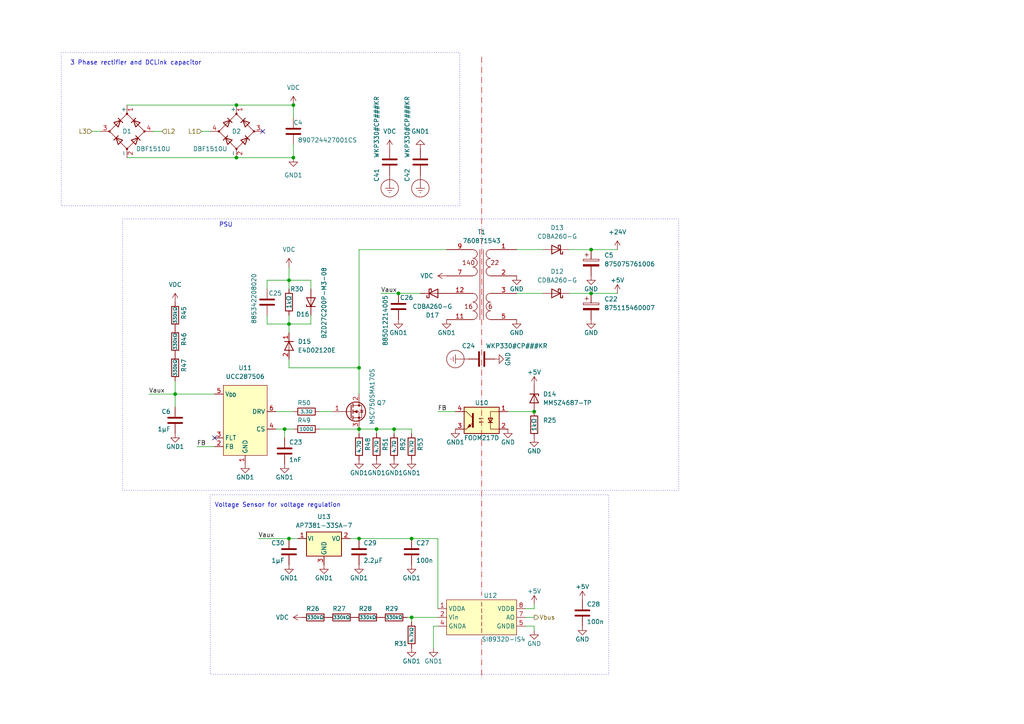
<source format=kicad_sch>
(kicad_sch (version 20230121) (generator eeschema)
  (paper "A4")
  (lib_symbols
    (symbol "Device:C" (pin_numbers hide) (pin_names (offset 0.254))
      (property "Reference" "C" (at 0.635 2.54 0))
      (property "Value" "C" (at 0.635 -2.54 0))
      (symbol "C_0_1"
        (polyline (pts (xy -2.032 -0.762) (xy 2.032 -0.762)) (stroke (width 0.508)))
        (polyline (pts (xy -2.032 0.762) (xy 2.032 0.762)) (stroke (width 0.508)))
      )
      (symbol "C_1_1"
        (pin passive line (at 0 3.81 270) (length 2.794) (name "~") (number "1"))
        (pin passive line (at 0 -3.81 90) (length 2.794) (name "~") (number "2"))
      )
    )
    (symbol "Device:C_Polarized" (pin_numbers hide) (pin_names (offset 0.254))
      (property "Reference" "C" (at 0.635 2.54 0))
      (property "Value" "C_Polarized" (at 0.635 -2.54 0))
      (symbol "C_Polarized_0_1"
        (rectangle (start -2.286 0.508) (end 2.286 1.016))
        (polyline (pts (xy -1.778 2.286) (xy -0.762 2.286)))
        (polyline (pts (xy -1.27 2.794) (xy -1.27 1.778)))
        (rectangle (start 2.286 -0.508) (end -2.286 -1.016) (fill (type outline)))
      )
      (symbol "C_Polarized_1_1"
        (pin passive line (at 0 3.81 270) (length 2.794) (name "~") (number "1"))
        (pin passive line (at 0 -3.81 90) (length 2.794) (name "~") (number "2"))
      )
    )
    (symbol "Device:D" (pin_names (offset 1.016) hide)
      (property "Reference" "D" (at 0 2.54 0))
      (property "Value" "D" (at 0 -2.54 0))
      (symbol "D_0_1"
        (polyline (pts (xy -1.27 1.27) (xy -1.27 -1.27)) (stroke (width 0.254)))
        (polyline (pts (xy 1.27 0) (xy -1.27 0)))
        (polyline (pts (xy 1.27 1.27) (xy 1.27 -1.27) (xy -1.27 0) (xy 1.27 1.27)) (stroke (width 0.254)))
      )
      (symbol "D_1_1"
        (pin passive line (at -3.81 0 0) (length 2.54) (name "K") (number "1"))
        (pin passive line (at 3.81 0 180) (length 2.54) (name "A") (number "2"))
      )
    )
    (symbol "Device:D_Bridge_+-AA" (pin_names (offset 0))
      (property "Reference" "D" (at 2.54 6.985 0))
      (property "Value" "D_Bridge_+-AA" (at 2.54 5.08 0))
      (symbol "D_Bridge_+-AA_0_1"
        (circle (center -5.08 0) (radius 0.254) (fill (type outline)))
        (circle (center 0 -5.08) (radius 0.254) (fill (type outline)))
        (polyline (pts (xy -2.54 3.81) (xy -1.27 2.54)) (stroke (width 0.254)))
        (polyline (pts (xy -1.27 -2.54) (xy -2.54 -3.81)) (stroke (width 0.254)))
        (polyline (pts (xy 2.54 -1.27) (xy 3.81 -2.54)) (stroke (width 0.254)))
        (polyline (pts (xy 2.54 1.27) (xy 3.81 2.54)) (stroke (width 0.254)))
        (polyline (pts (xy -3.81 2.54) (xy -2.54 1.27) (xy -1.905 3.175) (xy -3.81 2.54)) (stroke (width 0.254)))
        (polyline (pts (xy -2.54 -1.27) (xy -3.81 -2.54) (xy -1.905 -3.175) (xy -2.54 -1.27)) (stroke (width 0.254)))
        (polyline (pts (xy 1.27 2.54) (xy 2.54 3.81) (xy 3.175 1.905) (xy 1.27 2.54)) (stroke (width 0.254)))
        (polyline (pts (xy 3.175 -1.905) (xy 1.27 -2.54) (xy 2.54 -3.81) (xy 3.175 -1.905)) (stroke (width 0.254)))
        (polyline (pts (xy -5.08 0) (xy 0 -5.08) (xy 5.08 0) (xy 0 5.08) (xy -5.08 0)))
        (circle (center 0 5.08) (radius 0.254) (fill (type outline)))
        (circle (center 5.08 0) (radius 0.254) (fill (type outline)))
      )
      (symbol "D_Bridge_+-AA_1_1"
        (pin passive line (at 7.62 0 180) (length 2.54) (name "+") (number "1"))
        (pin passive line (at -7.62 0 0) (length 2.54) (name "-") (number "2"))
        (pin passive line (at 0 7.62 270) (length 2.54) (name "~") (number "3"))
        (pin passive line (at 0 -7.62 90) (length 2.54) (name "~") (number "4"))
      )
    )
    (symbol "Device:D_Schottky" (pin_numbers hide) (pin_names (offset 1.016) hide)
      (property "Reference" "D" (at 0 2.54 0))
      (property "Value" "D_Schottky" (at 0 -2.54 0))
      (symbol "D_Schottky_0_1"
        (polyline (pts (xy 1.27 0) (xy -1.27 0)))
        (polyline (pts (xy 1.27 1.27) (xy 1.27 -1.27) (xy -1.27 0) (xy 1.27 1.27)) (stroke (width 0.254)))
        (polyline (pts (xy -1.905 0.635) (xy -1.905 1.27) (xy -1.27 1.27) (xy -1.27 -1.27) (xy -0.635 -1.27) (xy -0.635 -0.635)) (stroke (width 0.254)))
      )
      (symbol "D_Schottky_1_1"
        (pin passive line (at -3.81 0 0) (length 2.54) (name "K") (number "1"))
        (pin passive line (at 3.81 0 180) (length 2.54) (name "A") (number "2"))
      )
    )
    (symbol "Device:D_Zener" (pin_numbers hide) (pin_names (offset 1.016) hide)
      (property "Reference" "D" (at 0 2.54 0))
      (property "Value" "D_Zener" (at 0 -2.54 0))
      (symbol "D_Zener_0_1"
        (polyline (pts (xy 1.27 0) (xy -1.27 0)))
        (polyline (pts (xy -1.27 -1.27) (xy -1.27 1.27) (xy -0.762 1.27)) (stroke (width 0.254)))
        (polyline (pts (xy 1.27 -1.27) (xy 1.27 1.27) (xy -1.27 0) (xy 1.27 -1.27)) (stroke (width 0.254)))
      )
      (symbol "D_Zener_1_1"
        (pin passive line (at -3.81 0 0) (length 2.54) (name "K") (number "1"))
        (pin passive line (at 3.81 0 180) (length 2.54) (name "A") (number "2"))
      )
    )
    (symbol "Device:Q_NMOS_GDS" (pin_names (offset 0) hide)
      (property "Reference" "Q" (at 5.08 1.27 0))
      (property "Value" "Q_NMOS_GDS" (at 5.08 -1.27 0))
      (symbol "Q_NMOS_GDS_0_1"
        (polyline (pts (xy 0.254 0) (xy -2.54 0)))
        (polyline (pts (xy 0.254 1.905) (xy 0.254 -1.905)) (stroke (width 0.254)))
        (polyline (pts (xy 0.762 -1.27) (xy 0.762 -2.286)) (stroke (width 0.254)))
        (polyline (pts (xy 0.762 0.508) (xy 0.762 -0.508)) (stroke (width 0.254)))
        (polyline (pts (xy 0.762 2.286) (xy 0.762 1.27)) (stroke (width 0.254)))
        (polyline (pts (xy 2.54 2.54) (xy 2.54 1.778)))
        (polyline (pts (xy 2.54 -2.54) (xy 2.54 0) (xy 0.762 0)))
        (polyline (pts (xy 0.762 -1.778) (xy 3.302 -1.778) (xy 3.302 1.778) (xy 0.762 1.778)))
        (polyline (pts (xy 1.016 0) (xy 2.032 0.381) (xy 2.032 -0.381) (xy 1.016 0)) (fill (type outline)))
        (polyline (pts (xy 2.794 0.508) (xy 2.921 0.381) (xy 3.683 0.381) (xy 3.81 0.254)))
        (polyline (pts (xy 3.302 0.381) (xy 2.921 -0.254) (xy 3.683 -0.254) (xy 3.302 0.381)))
        (circle (center 1.651 0) (radius 2.794) (stroke (width 0.254)))
        (circle (center 2.54 -1.778) (radius 0.254) (fill (type outline)))
        (circle (center 2.54 1.778) (radius 0.254) (fill (type outline)))
      )
      (symbol "Q_NMOS_GDS_1_1"
        (pin input line (at -5.08 0 0) (length 2.54) (name "G") (number "1"))
        (pin passive line (at 2.54 5.08 270) (length 2.54) (name "D") (number "2"))
        (pin passive line (at 2.54 -5.08 90) (length 2.54) (name "S") (number "3"))
      )
    )
    (symbol "Device:R" (pin_numbers hide) (pin_names (offset 0))
      (property "Reference" "R" (at 2.032 0 90))
      (property "Value" "R" (at 0 0 90))
      (symbol "R_0_1"
        (rectangle (start -1.016 -2.54) (end 1.016 2.54) (stroke (width 0.254)))
      )
      (symbol "R_1_1"
        (pin passive line (at 0 3.81 270) (length 1.27) (name "~") (number "1"))
        (pin passive line (at 0 -3.81 90) (length 1.27) (name "~") (number "2"))
      )
    )
    (symbol "Device:Transformer_SP_2S" (pin_names (offset 1.016) hide)
      (property "Reference" "T1" (at 0 15.24 0))
      (property "Value" "760871543" (at 0 12.7 0))
      (symbol "Transformer_SP_2S_0_1"
        (arc (start -2.54 -10.1346) (mid -1.6561 -9.7663) (end -1.27 -8.89))
        (arc (start -2.54 -7.5946) (mid -1.6561 -7.2263) (end -1.27 -6.35))
        (arc (start -2.54 -5.0546) (mid -1.6561 -4.6863) (end -1.27 -3.81))
        (arc (start -2.54 2.5654) (mid -1.6561 2.9337) (end -1.27 3.81))
        (arc (start -2.54 5.1054) (mid -1.6561 5.4737) (end -1.27 6.35))
        (arc (start -2.54 7.6454) (mid -1.6561 8.0137) (end -1.27 8.89))
        (arc (start -1.27 -8.89) (mid -1.642 -7.992) (end -2.54 -7.62))
        (arc (start -1.27 -6.35) (mid -1.642 -5.452) (end -2.54 -5.08))
        (arc (start -1.27 -3.81) (mid -1.642 -2.912) (end -2.54 -2.54))
        (arc (start -1.27 3.81) (mid -1.642 4.708) (end -2.54 5.08))
        (arc (start -1.27 6.35) (mid -1.642 7.248) (end -2.54 7.62))
        (arc (start -1.27 8.89) (mid -1.642 9.788) (end -2.54 10.16))
        (polyline (pts (xy -0.508 -10.16) (xy -0.508 10.16)))
        (polyline (pts (xy 0.508 10.16) (xy 0.508 -10.16)))
        (arc (start 1.2954 -8.89) (mid 1.6599 -9.7701) (end 2.54 -10.1346))
        (arc (start 1.2954 -6.35) (mid 1.6599 -7.2301) (end 2.54 -7.5946))
        (arc (start 1.2954 -3.81) (mid 1.6599 -4.6901) (end 2.54 -5.0546))
        (arc (start 1.2954 3.81) (mid 1.6599 2.9299) (end 2.54 2.5654))
        (arc (start 1.2954 6.35) (mid 1.6599 5.4699) (end 2.54 5.1054))
        (arc (start 1.2954 8.89) (mid 1.6599 8.0099) (end 2.54 7.6454))
        (arc (start 2.54 -7.62) (mid 1.642 -7.992) (end 1.2954 -8.89))
        (arc (start 2.54 -5.08) (mid 1.642 -5.452) (end 1.2954 -6.35))
        (arc (start 2.54 -2.54) (mid 1.642 -2.912) (end 1.2954 -3.81))
        (arc (start 2.54 5.08) (mid 1.642 4.708) (end 1.2954 3.81))
        (arc (start 2.54 7.62) (mid 1.642 7.248) (end 1.2954 6.35))
        (arc (start 2.54 10.16) (mid 1.642 9.788) (end 1.2954 8.89))
      )
      (symbol "Transformer_SP_2S_1_1"
        (text "140" (at -3.81 6.35 0) (effects (font (size 1.27 1.27))))
        (text "16" (at -3.81 -6.35 0) (effects (font (size 1.27 1.27))))
        (text "22" (at 3.81 6.35 0) (effects (font (size 1.27 1.27))))
        (text "6" (at 2.54 -6.35 0) (effects (font (size 1.27 1.27))))
        (pin passive line (at 10.16 10.16 180) (length 7.62) (name "OUT1A") (number "1"))
        (pin passive line (at -10.16 -10.16 0) (length 7.62) (name "IN-") (number "11"))
        (pin passive line (at -10.16 -2.54 0) (length 7.62) (name "IN+") (number "12"))
        (pin passive line (at 10.16 2.54 180) (length 7.62) (name "OUT1B") (number "2"))
        (pin passive line (at 10.16 -2.54 180) (length 7.62) (name "OUT2A") (number "3"))
        (pin passive line (at 10.16 -2.54 180) (length 7.62) hide (name "OUT2A") (number "4"))
        (pin passive line (at 10.16 -10.16 180) (length 7.62) (name "OUT2B") (number "5"))
        (pin passive line (at 10.16 -10.16 180) (length 7.62) hide (name "OUT2B") (number "6"))
        (pin passive line (at -10.16 2.54 0) (length 7.62) (name "IN-") (number "7"))
        (pin passive line (at -10.16 10.16 0) (length 7.62) (name "IN+") (number "9"))
      )
    )
    (symbol "Isolator:FODM217D"
      (property "Reference" "U" (at -5.08 5.08 0))
      (property "Value" "FODM217D" (at 0 5.08 0))
      (symbol "FODM217D_0_1"
        (rectangle (start -5.08 3.81) (end 5.08 -3.81) (stroke (width 0.254)) (fill (type background)))
        (polyline (pts (xy -3.175 -0.635) (xy -1.905 -0.635)) (stroke (width 0.254)))
        (polyline (pts (xy 2.54 0.635) (xy 4.445 2.54)))
        (polyline (pts (xy 4.445 -2.54) (xy 2.54 -0.635)) (fill (type outline)))
        (polyline (pts (xy 4.445 -2.54) (xy 5.08 -2.54)))
        (polyline (pts (xy 4.445 2.54) (xy 5.08 2.54)))
        (polyline (pts (xy -5.08 2.54) (xy -2.54 2.54) (xy -2.54 -0.635)))
        (polyline (pts (xy -2.54 -0.635) (xy -2.54 -2.54) (xy -5.08 -2.54)))
        (polyline (pts (xy 2.54 1.905) (xy 2.54 -1.905) (xy 2.54 -1.905)) (stroke (width 0.508)))
        (polyline (pts (xy -2.54 -0.635) (xy -3.175 0.635) (xy -1.905 0.635) (xy -2.54 -0.635)) (stroke (width 0.254)))
        (polyline (pts (xy -0.508 -0.508) (xy 0.762 -0.508) (xy 0.381 -0.635) (xy 0.381 -0.381) (xy 0.762 -0.508)))
        (polyline (pts (xy -0.508 0.508) (xy 0.762 0.508) (xy 0.381 0.381) (xy 0.381 0.635) (xy 0.762 0.508)))
        (polyline (pts (xy 3.048 -1.651) (xy 3.556 -1.143) (xy 4.064 -2.159) (xy 3.048 -1.651) (xy 3.048 -1.651)) (fill (type outline)))
      )
      (symbol "FODM217D_1_1"
        (pin passive line (at -7.62 2.54 0) (length 2.54) (name "~") (number "1"))
        (pin passive line (at -7.62 -2.54 0) (length 2.54) (name "~") (number "2"))
        (pin passive line (at 7.62 -2.54 180) (length 2.54) (name "~") (number "3"))
        (pin passive line (at 7.62 2.54 180) (length 2.54) (name "~") (number "4"))
      )
    )
    (symbol "Regulator_Linear:AP7384-28SA" (pin_names (offset 0.254))
      (property "Reference" "U" (at -3.81 3.175 0))
      (property "Value" "AP7384-28SA" (at 0 3.175 0))
      (symbol "AP7384-28SA_0_1"
        (rectangle (start -5.08 1.905) (end 5.08 -5.08) (stroke (width 0.254)) (fill (type background)))
      )
      (symbol "AP7384-28SA_1_1"
        (pin power_in line (at -7.62 0 0) (length 2.54) (name "VI") (number "1"))
        (pin power_out line (at 7.62 0 180) (length 2.54) (name "VO") (number "2"))
        (pin power_in line (at 0 -7.62 90) (length 2.54) (name "GND") (number "3"))
      )
    )
    (symbol "ctm:si8931_32"
      (property "Reference" "U" (at 0.7481 6.2714 0))
      (symbol "si8931_32_1_1"
        (rectangle (start -10.16 5.08) (end 10.16 -5.08) (fill (type background)))
        (polyline (pts (xy 0 -4.445) (xy 0 -3.175)))
        (polyline (pts (xy 0 -2.54) (xy 0 -1.27)))
        (polyline (pts (xy 0 -0.635) (xy 0 0.635)))
        (polyline (pts (xy 0 2.54) (xy 0 1.27)))
        (polyline (pts (xy 0 4.445) (xy 0 3.175)))
        (pin input line (at -12.7 2.54 0) (length 2.54) (name "VDDA") (number "1"))
        (pin input line (at -12.7 0 0) (length 2.54) (name "Vin") (number "2"))
        (pin input line (at -12.7 -2.54 0) (length 2.54) (name "GNDA") (number "4"))
        (pin input line (at 12.7 -2.54 180) (length 2.54) (name "GNDB") (number "5"))
        (pin input line (at 12.7 -2.54 180) (length 2.54) hide (name "GNDB") (number "6"))
        (pin input line (at 12.7 0 180) (length 2.54) (name "AO") (number "7"))
        (pin input line (at 12.7 2.54 180) (length 2.54) (name "VDDB") (number "8"))
      )
    )
    (symbol "parts:UCC28750X"
      (property "Reference" "U" (at 0 0 0))
      (property "Value" "UCC287506" (at 0 0 0))
      (symbol "UCC28750X_1_1"
        (rectangle (start -6.35 10.16) (end 6.35 -10.16) (fill (type background)))
        (pin input line (at 0 -12.7 90) (length 2.54) (name "GND") (number "1"))
        (pin input line (at -8.89 -7.62 0) (length 2.54) (name "FB") (number "2"))
        (pin input line (at -8.89 -5.08 0) (length 2.54) (name "FLT") (number "3"))
        (pin input line (at 8.89 -2.54 180) (length 2.54) (name "CS") (number "4"))
        (pin power_in line (at -8.89 7.62 0) (length 2.54) (name "V_{DD}") (number "5"))
        (pin input line (at 8.89 2.54 180) (length 2.54) (name "DRV") (number "6"))
      )
    )
    (symbol "power:+24V" (power) (pin_names (offset 0))
      (property "Value" "+24V" (at 0 3.556 0))
      (symbol "+24V_0_1"
        (polyline (pts (xy -0.762 1.27) (xy 0 2.54)))
        (polyline (pts (xy 0 0) (xy 0 2.54)))
        (polyline (pts (xy 0 2.54) (xy 0.762 1.27)))
      )
      (symbol "+24V_1_1"
        (pin power_in line (at 0 0 90) (length 0) hide (name "+24V") (number "1"))
      )
    )
    (symbol "power:+5V" (power) (pin_names (offset 0))
      (property "Value" "+5V" (at 0 3.556 0))
      (symbol "+5V_0_1"
        (polyline (pts (xy -0.762 1.27) (xy 0 2.54)))
        (polyline (pts (xy 0 0) (xy 0 2.54)))
        (polyline (pts (xy 0 2.54) (xy 0.762 1.27)))
      )
      (symbol "+5V_1_1"
        (pin power_in line (at 0 0 90) (length 0) hide (name "+5V") (number "1"))
      )
    )
    (symbol "power:Earth_Protective" (power) (pin_names (offset 0))
      (symbol "Earth_Protective_0_1"
        (circle (center 0 -3.81) (radius 2.54))
        (polyline (pts (xy -0.635 -4.445) (xy 0.635 -4.445)))
        (polyline (pts (xy -0.127 -5.08) (xy 0.127 -5.08)))
        (polyline (pts (xy 0 -3.81) (xy 0 0)))
        (polyline (pts (xy 1.27 -3.81) (xy -1.27 -3.81)))
      )
      (symbol "Earth_Protective_1_1"
        (pin power_in line (at 0 0 270) (length 0) hide (name "Earth_Protective") (number "1"))
      )
    )
    (symbol "power:GND" (power) (pin_names (offset 0))
      (property "Value" "GND" (at 0 -3.81 0))
      (symbol "GND_0_1"
        (polyline (pts (xy 0 0) (xy 0 -1.27) (xy 1.27 -1.27) (xy 0 -2.54) (xy -1.27 -1.27) (xy 0 -1.27)))
      )
      (symbol "GND_1_1"
        (pin power_in line (at 0 0 270) (length 0) hide (name "GND") (number "1"))
      )
    )
    (symbol "power:GND1" (power) (pin_names (offset 0))
      (property "Value" "GND1" (at 0 -3.81 0))
      (symbol "GND1_0_1"
        (polyline (pts (xy 0 0) (xy 0 -1.27) (xy 1.27 -1.27) (xy 0 -2.54) (xy -1.27 -1.27) (xy 0 -1.27)))
      )
      (symbol "GND1_1_1"
        (pin power_in line (at 0 0 270) (length 0) hide (name "GND1") (number "1"))
      )
    )
    (symbol "power:VDC" (power) (pin_names (offset 0))
      (property "Value" "VDC" (at 0 6.35 0))
      (symbol "VDC_0_1"
        (polyline (pts (xy -0.762 1.27) (xy 0 2.54)))
        (polyline (pts (xy 0 0) (xy 0 2.54)))
        (polyline (pts (xy 0 2.54) (xy 0.762 1.27)))
      )
      (symbol "VDC_1_1"
        (pin power_in line (at 0 0 90) (length 0) hide (name "VDC") (number "1"))
      )
    )
  )
  (junction (at 85.09 45.72))
  (junction (at 68.58 45.72))
  (junction (at 83.82 156.21))
  (junction (at 119.38 179.07))
  (junction (at 171.45 72.39))
  (junction (at 50.8 114.3))
  (junction (at 119.38 156.21))
  (junction (at 85.09 30.48))
  (junction (at 171.45 85.09))
  (junction (at 154.94 119.38))
  (junction (at 82.55 124.46))
  (junction (at 109.22 124.46))
  (junction (at 68.58 30.48))
  (junction (at 115.57 85.09))
  (junction (at 83.82 81.28))
  (junction (at 104.14 124.46))
  (junction (at 104.14 106.68))
  (junction (at 104.14 156.21))
  (junction (at 83.82 93.98))
  (junction (at 114.3 124.46))
  (no_connect (at 62.23 127))
  (no_connect (at 76.2 38.1))
  (wire (pts (xy 90.17 93.98) (xy 83.82 93.98)))
  (wire (pts (xy 68.58 45.72) (xy 85.09 45.72)))
  (wire (pts (xy 85.09 30.48) (xy 85.09 34.29)))
  (wire (pts (xy 83.82 93.98) (xy 83.82 96.52)))
  (wire (pts (xy 83.82 156.21) (xy 86.36 156.21)))
  (wire (pts (xy 104.14 156.21) (xy 119.38 156.21)))
  (wire (pts (xy 43.18 114.3) (xy 50.8 114.3)))
  (wire (pts (xy 92.71 124.46) (xy 104.14 124.46)))
  (wire (pts (xy 90.17 81.28) (xy 83.82 81.28)))
  (wire (pts (xy 29.21 38.1) (xy 26.67 38.1)))
  (wire (pts (xy 110.49 85.09) (xy 115.57 85.09)))
  (wire (pts (xy 118.11 179.07) (xy 119.38 179.07)))
  (polyline (pts (xy 139.7 185.42) (xy 139.7 196.85)) (stroke (width 0) (type dash_dot) (color 194 0 0 1)))
  (wire (pts (xy 104.14 106.68) (xy 104.14 114.3)))
  (wire (pts (xy 80.01 119.38) (xy 85.09 119.38)))
  (wire (pts (xy 127 119.38) (xy 132.08 119.38)))
  (wire (pts (xy 104.14 72.39) (xy 104.14 106.68)))
  (wire (pts (xy 83.82 104.14) (xy 83.82 106.68)))
  (wire (pts (xy 77.47 91.44) (xy 77.47 93.98)))
  (wire (pts (xy 109.22 124.46) (xy 104.14 124.46)))
  (wire (pts (xy 104.14 125.73) (xy 104.14 124.46)))
  (wire (pts (xy 149.86 85.09) (xy 157.48 85.09)))
  (wire (pts (xy 44.45 38.1) (xy 46.99 38.1)))
  (wire (pts (xy 50.8 110.49) (xy 50.8 114.3)))
  (wire (pts (xy 77.47 83.82) (xy 77.47 81.28)))
  (wire (pts (xy 77.47 81.28) (xy 83.82 81.28)))
  (wire (pts (xy 119.38 179.07) (xy 119.38 180.34)))
  (wire (pts (xy 171.45 85.09) (xy 179.07 85.09)))
  (wire (pts (xy 83.82 91.44) (xy 83.82 93.98)))
  (wire (pts (xy 127 156.21) (xy 127 176.53)))
  (wire (pts (xy 114.3 124.46) (xy 109.22 124.46)))
  (wire (pts (xy 119.38 125.73) (xy 119.38 124.46)))
  (wire (pts (xy 101.6 156.21) (xy 104.14 156.21)))
  (wire (pts (xy 83.82 77.47) (xy 83.82 81.28)))
  (wire (pts (xy 152.4 179.07) (xy 154.94 179.07)))
  (wire (pts (xy 68.58 30.48) (xy 85.09 30.48)))
  (wire (pts (xy 125.73 187.96) (xy 125.73 181.61)))
  (wire (pts (xy 36.83 45.72) (xy 68.58 45.72)))
  (wire (pts (xy 149.86 72.39) (xy 157.48 72.39)))
  (wire (pts (xy 83.82 81.28) (xy 83.82 83.82)))
  (wire (pts (xy 90.17 91.44) (xy 90.17 93.98)))
  (wire (pts (xy 80.01 124.46) (xy 82.55 124.46)))
  (wire (pts (xy 83.82 106.68) (xy 104.14 106.68)))
  (wire (pts (xy 125.73 181.61) (xy 127 181.61)))
  (wire (pts (xy 154.94 181.61) (xy 152.4 181.61)))
  (wire (pts (xy 50.8 114.3) (xy 62.23 114.3)))
  (wire (pts (xy 57.15 129.54) (xy 62.23 129.54)))
  (wire (pts (xy 85.09 41.91) (xy 85.09 45.72)))
  (wire (pts (xy 147.32 119.38) (xy 154.94 119.38)))
  (wire (pts (xy 114.3 124.46) (xy 114.3 125.73)))
  (wire (pts (xy 115.57 85.09) (xy 121.92 85.09)))
  (wire (pts (xy 82.55 124.46) (xy 82.55 127)))
  (wire (pts (xy 165.1 72.39) (xy 171.45 72.39)))
  (wire (pts (xy 92.71 119.38) (xy 96.52 119.38)))
  (wire (pts (xy 154.94 176.53) (xy 152.4 176.53)))
  (wire (pts (xy 165.1 85.09) (xy 171.45 85.09)))
  (wire (pts (xy 154.94 182.88) (xy 154.94 181.61)))
  (wire (pts (xy 119.38 156.21) (xy 127 156.21)))
  (wire (pts (xy 82.55 124.46) (xy 85.09 124.46)))
  (wire (pts (xy 154.94 175.26) (xy 154.94 176.53)))
  (polyline (pts (xy 139.7 16.51) (xy 139.7 172.72)) (stroke (width 0) (type dash_dot) (color 194 0 0 1)))
  (wire (pts (xy 58.42 38.1) (xy 60.96 38.1)))
  (wire (pts (xy 50.8 114.3) (xy 50.8 118.11)))
  (wire (pts (xy 119.38 179.07) (xy 127 179.07)))
  (wire (pts (xy 90.17 83.82) (xy 90.17 81.28)))
  (wire (pts (xy 129.54 72.39) (xy 104.14 72.39)))
  (wire (pts (xy 36.83 30.48) (xy 68.58 30.48)))
  (wire (pts (xy 109.22 124.46) (xy 109.22 125.73)))
  (wire (pts (xy 74.93 156.21) (xy 83.82 156.21)))
  (wire (pts (xy 119.38 124.46) (xy 114.3 124.46)))
  (wire (pts (xy 171.45 72.39) (xy 179.07 72.39)))
  (wire (pts (xy 77.47 93.98) (xy 83.82 93.98)))
  (rectangle (start 60.96 143.51) (end 176.53 195.58) (stroke (width 0) (type dot)))
  (rectangle (start 17.78 15.24) (end 133.35 59.69) (stroke (width 0) (type dot)))
  (rectangle (start 35.56 63.5) (end 196.85 142.24) (stroke (width 0) (type dot)))
  (text "Voltage Sensor for voltage regulation" (at 62.23 147.32 0) (effects (font (size 1.27 1.27)) (justify left bottom)))
  (text "PSU" (at 63.5 66.04 0) (effects (font (size 1.27 1.27)) (justify left bottom)))
  (text "3 Phase rectifier and DCLink capacitor" (at 20.32 19.05 0) (effects (font (size 1.27 1.27)) (justify left bottom)))
  (label "FB" (at 57.15 129.54 0))
  (label "Vaux" (at 43.18 114.3 0))
  (label "FB" (at 127 119.38 0))
  (label "Vaux" (at 74.93 156.21 0))
  (label "Vaux" (at 110.49 85.09 0))
  (hierarchical_label "L2" (shape input) (at 46.99 38.1 0))
  (hierarchical_label "L3" (shape input) (at 26.67 38.1 180))
  (hierarchical_label "L1" (shape input) (at 58.42 38.1 180))
  (hierarchical_label "Vbus" (shape output) (at 154.94 179.07 0))
  (symbol (lib_id "power:+5V") (at 154.94 175.26 0) (unit 1)
    (property "Reference" "#PWR074" (effects hide))
    (property "Value" "+5V" (at 154.94 171.45 0))
  )
  (symbol (lib_id "Device:D_Schottky") (at 161.29 72.39 180) (unit 1)
    (property "Reference" "D13" (at 161.6075 66.04 0))
    (property "Value" "CDBA260-G" (at 161.6075 68.58 0))
    (property "Footprint" "Diode_SMD:D_SMA" (effects hide))
    (property "Datasheet" "https://www.mouser.at/datasheet/2/80/CDBA240_HF_Thru193240__CDBA2100_HF_RevC-2489669.pdf" (effects hide))
  )
  (symbol (lib_id "power:GND1") (at 132.08 124.46 0) (unit 1)
    (property "Reference" "#PWR058" (effects hide))
    (property "Value" "GND1" (at 132.08 128.27 0))
  )
  (symbol (lib_id "power:+5V") (at 168.91 173.99 0) (unit 1)
    (property "Reference" "#PWR071" (effects hide))
    (property "Value" "+5V" (at 168.91 170.18 0))
  )
  (symbol (lib_id "Device:R") (at 109.22 129.54 0) (unit 1)
    (property "Reference" "R51" (at 111.76 130.81 90) (effects (justify left)))
    (property "Value" "4.7Ω" (at 109.22 129.54 90) (effects (font (size 1 1))))
    (property "Footprint" "Resistor_SMD:R_0805_2012Metric" (effects hide))
  )
  (symbol (lib_id "power:GND1") (at 93.98 163.83 0) (unit 1)
    (property "Reference" "#PWR067" (effects hide))
    (property "Value" "GND1" (at 93.98 167.64 0))
  )
  (symbol (lib_id "Isolator:FODM217D") (at 139.7 121.92 0) (mirror y) (unit 1)
    (property "Reference" "U10" (at 139.7 116.84 0))
    (property "Value" "FODM217D" (at 139.7 127 0))
    (property "Footprint" "Package_SO:SOP-4_4.4x2.6mm_P1.27mm" (effects hide))
    (property "Datasheet" "https://www.onsemi.com/pub/Collateral/FODM214-D.PDF" (effects hide))
  )
  (symbol (lib_id "Device:R") (at 106.68 179.07 90) (unit 1)
    (property "Reference" "R28" (at 107.95 176.53 90) (effects (justify left)))
    (property "Value" "330kΩ" (at 106.68 179.07 90) (effects (font (size 1 1))))
    (property "Footprint" "Resistor_SMD:R_0805_2012Metric" (effects hide))
  )
  (symbol (lib_id "Device:C") (at 85.09 38.1 0) (unit 1)
    (property "Reference" "C4" (at 85.09 35.56 0) (effects (justify left)))
    (property "Value" "890724427001CS" (at 86.36 40.64 0) (effects (justify left)))
    (property "Footprint" "Capacitor_THT:C_Rect_L31.5mm_W9.0mm_P27.50mm_MKS4" (effects hide))
    (property "Datasheet" "890494427003CS" (effects hide))
  )
  (symbol (lib_id "power:GND1") (at 129.54 92.71 0) (unit 1)
    (property "Reference" "#PWR050" (effects hide))
    (property "Value" "GND1" (at 129.54 96.52 0))
  )
  (symbol (lib_id "Device:R") (at 104.14 129.54 0) (unit 1)
    (property "Reference" "R48" (at 106.68 130.81 90) (effects (justify left)))
    (property "Value" "4.7Ω" (at 104.14 129.54 90) (effects (font (size 1 1))))
    (property "Footprint" "Resistor_SMD:R_0805_2012Metric" (effects hide))
  )
  (symbol (lib_id "Device:R") (at 50.8 91.44 0) (unit 1)
    (property "Reference" "R45" (at 53.34 92.71 90) (effects (justify left)))
    (property "Value" "330kΩ" (at 50.8 91.44 90) (effects (font (size 1 1))))
    (property "Footprint" "Resistor_SMD:R_0805_2012Metric" (effects hide))
  )
  (symbol (lib_id "Device:R") (at 119.38 184.15 0) (unit 1)
    (property "Reference" "R31" (at 114.3 186.69 0) (effects (justify left)))
    (property "Value" "4.7kΩ" (at 119.38 184.15 90) (effects (font (size 1 1))))
    (property "Footprint" "Resistor_SMD:R_0805_2012Metric" (effects hide))
  )
  (symbol (lib_id "Device:R") (at 50.8 99.06 0) (unit 1)
    (property "Reference" "R46" (at 53.34 100.33 90) (effects (justify left)))
    (property "Value" "330kΩ" (at 50.8 99.06 90) (effects (font (size 1 1))))
    (property "Footprint" "Resistor_SMD:R_0805_2012Metric" (effects hide))
  )
  (symbol (lib_id "power:VDC") (at 50.8 87.63 0) (unit 1)
    (property "Reference" "#PWR0116" (effects hide))
    (property "Value" "VDC" (at 50.8 82.55 0))
  )
  (symbol (lib_id "Device:C") (at 104.14 160.02 0) (unit 1)
    (property "Reference" "C29" (at 105.41 157.48 0) (effects (justify left)))
    (property "Value" "2.2µF" (at 105.41 162.56 0) (effects (justify left)))
    (property "Footprint" "Capacitor_SMD:C_0805_2012Metric" (effects hide))
  )
  (symbol (lib_id "power:GND") (at 149.86 80.01 0) (unit 1)
    (property "Reference" "#PWR051" (effects hide))
    (property "Value" "GND" (at 149.86 83.82 0))
  )
  (symbol (lib_id "Device:C") (at 83.82 160.02 0) (mirror y) (unit 1)
    (property "Reference" "C30" (at 82.55 157.48 0) (effects (justify left)))
    (property "Value" "1µF" (at 82.55 162.56 0) (effects (justify left)))
    (property "Footprint" "Capacitor_SMD:C_0805_2012Metric" (effects hide))
  )
  (symbol (lib_id "power:GND") (at 171.45 92.71 0) (unit 1)
    (property "Reference" "#PWR055" (effects hide))
    (property "Value" "GND" (at 171.45 96.52 0))
  )
  (symbol (lib_id "parts:UCC28750X") (at 71.12 121.92 0) (unit 1)
    (property "Reference" "U11" (at 71.12 106.68 0))
    (property "Value" "UCC287506" (at 71.12 109.22 0))
    (property "Footprint" "Package_TO_SOT_SMD:SOT-23-6" (effects hide))
    (property "Datasheet" "https://www.ti.com/lit/ds/symlink/ucc28750.pdf?ts=1708328148392&ref_url=https%253A%252F%252Fwww.ti.com%252Fproduct%252FUCC28750" (effects hide))
  )
  (symbol (lib_id "Device:Q_NMOS_GDS") (at 101.6 119.38 0) (unit 1)
    (property "Reference" "Q7" (at 109.22 116.84 0) (effects (justify left)))
    (property "Value" "MSC750SMA170S" (at 107.95 123.19 90) (effects (justify left)))
    (property "Footprint" "Package_TO_SOT_SMD:TO-252-2" (effects hide))
    (property "Datasheet" "https://www.mouser.at/datasheet/2/268/Microsemi_MSC750SMA170S_SiC_MOSFET_Datasheet_B-2934513.pdf" (effects hide))
  )
  (symbol (lib_id "Device:D_Bridge_+-AA") (at 36.83 38.1 90) (unit 1)
    (property "Reference" "D1" (at 36.83 38.1 90))
    (property "Value" "DBF1510U" (at 44.45 43.18 90))
    (property "Footprint" "Diode_SMD:Diode_Bridge_Diotec_SO-DIL-Slim" (effects hide))
    (property "Datasheet" "https://www.mouser.at/datasheet/2/115/DIOD_S_A0004145001_1-2542358.pdf" (effects hide))
  )
  (symbol (lib_id "Device:R") (at 50.8 106.68 0) (unit 1)
    (property "Reference" "R47" (at 53.34 107.95 90) (effects (justify left)))
    (property "Value" "330kΩ" (at 50.8 106.68 90) (effects (font (size 1 1))))
    (property "Footprint" "Resistor_SMD:R_0805_2012Metric" (effects hide))
  )
  (symbol (lib_id "power:VDC") (at 83.82 77.47 0) (unit 1)
    (property "Reference" "#PWR063" (effects hide))
    (property "Value" "VDC" (at 83.82 72.39 0))
  )
  (symbol (lib_id "power:GND") (at 149.86 92.71 0) (unit 1)
    (property "Reference" "#PWR04" (effects hide))
    (property "Value" "GND" (at 149.86 96.52 0))
  )
  (symbol (lib_id "Device:D_Schottky") (at 161.29 85.09 180) (unit 1)
    (property "Reference" "D12" (at 161.6075 78.74 0))
    (property "Value" "CDBA260-G" (at 161.6075 81.28 0))
    (property "Footprint" "Diode_SMD:D_SMA" (effects hide))
    (property "Datasheet" "https://www.mouser.at/datasheet/2/80/CDBA240_HF_Thru193240__CDBA2100_HF_RevC-2489669.pdf" (effects hide))
  )
  (symbol (lib_id "power:+24V") (at 179.07 72.39 0) (unit 1)
    (property "Reference" "#PWR057" (effects hide))
    (property "Value" "+24V" (at 179.07 67.31 0))
  )
  (symbol (lib_id "Device:C") (at 77.47 87.63 0) (mirror y) (unit 1)
    (property "Reference" "C25" (at 77.8812 85.0599 0) (effects (justify right)))
    (property "Value" "885342208020" (at 73.66 93.98 90) (effects (justify left)))
    (property "Footprint" "Capacitor_SMD:C_1206_3216Metric" (effects hide))
  )
  (symbol (lib_id "Device:R") (at 99.06 179.07 90) (unit 1)
    (property "Reference" "R27" (at 100.33 176.53 90) (effects (justify left)))
    (property "Value" "330kΩ" (at 99.06 179.07 90) (effects (font (size 1 1))))
    (property "Footprint" "Resistor_SMD:R_0805_2012Metric" (effects hide))
  )
  (symbol (lib_id "Device:C") (at 50.8 121.92 0) (mirror y) (unit 1)
    (property "Reference" "C6" (at 49.53 119.38 0) (effects (justify left)))
    (property "Value" "1µF" (at 49.53 124.46 0) (effects (justify left)))
    (property "Footprint" "Capacitor_SMD:C_0805_2012Metric" (effects hide))
  )
  (symbol (lib_id "power:GND1") (at 50.8 125.73 0) (unit 1)
    (property "Reference" "#PWR0117" (effects hide))
    (property "Value" "GND1" (at 50.8 129.54 0))
  )
  (symbol (lib_id "power:GND1") (at 114.3 133.35 0) (unit 1)
    (property "Reference" "#PWR0119" (effects hide))
    (property "Value" "GND1" (at 114.3 137.16 0))
  )
  (symbol (lib_id "power:+5V") (at 179.07 85.09 0) (unit 1)
    (property "Reference" "#PWR01" (effects hide))
    (property "Value" "+5V" (at 179.07 81.28 0))
  )
  (symbol (lib_id "Device:C") (at 82.55 130.81 0) (unit 1)
    (property "Reference" "C23" (at 83.82 128.27 0) (effects (justify left)))
    (property "Value" "1nF" (at 83.82 133.35 0) (effects (justify left)))
    (property "Footprint" "Capacitor_SMD:C_0805_2012Metric" (effects hide))
  )
  (symbol (lib_id "power:GND1") (at 71.12 134.62 0) (unit 1)
    (property "Reference" "#PWR061" (effects hide))
    (property "Value" "GND1" (at 71.12 138.43 0))
  )
  (symbol (lib_id "Device:C_Polarized") (at 171.45 76.2 0) (unit 1)
    (property "Reference" "C5" (at 175.26 74.041 0) (effects (justify left)))
    (property "Value" "875075761006" (at 175.26 76.581 0) (effects (justify left)))
    (property "Footprint" "Capacitor_SMD:CP_Elec_10x12.5" (effects hide))
    (property "Datasheet" "https://www.we-online.com/components/products/datasheet/875075761006.pdf" (effects hide))
  )
  (symbol (lib_id "ctm:si8931_32") (at 139.7 179.07 0) (unit 1)
    (property "Reference" "U12" (at 142.24 172.72 0))
    (property "Value" "SI8932D-IS4" (at 146.05 185.42 0))
    (property "Footprint" "Package_SO:SOIC-8_7.5x5.85mm_P1.27mm" (effects hide))
    (property "Datasheet" "https://www.mouser.at/datasheet/2/472/si8931_32_datasheet-2507792.pdf" (effects hide))
  )
  (symbol (lib_id "Device:C") (at 115.57 88.9 0) (mirror y) (unit 1)
    (property "Reference" "C26" (at 115.9812 86.3299 0) (effects (justify right)))
    (property "Value" "885012214005" (at 111.76 100.33 90) (effects (justify left)))
    (property "Footprint" "Capacitor_SMD:C_1206_3216Metric" (effects hide))
    (property "Datasheet" "https://www.we-online.com/en/components/products/datasheet/885012214005.pdf" (effects hide))
  )
  (symbol (lib_id "Device:R") (at 88.9 119.38 90) (unit 1)
    (property "Reference" "R50" (at 90.17 116.84 90) (effects (justify left)))
    (property "Value" "3.3Ω" (at 88.9 119.38 90) (effects (font (size 1 1))))
    (property "Footprint" "Resistor_SMD:R_0805_2012Metric" (effects hide))
    (property "Feld4" "1/2 W surge capable" (effects hide))
  )
  (symbol (lib_id "power:GND1") (at 104.14 133.35 0) (unit 1)
    (property "Reference" "#PWR060" (effects hide))
    (property "Value" "GND1" (at 104.14 137.16 0))
  )
  (symbol (lib_id "power:GND") (at 147.32 124.46 0) (unit 1)
    (property "Reference" "#PWR052" (effects hide))
    (property "Value" "GND" (at 147.32 128.27 0))
  )
  (symbol (lib_id "power:VDC") (at 129.54 80.01 90) (unit 1)
    (property "Reference" "#PWR049" (effects hide))
    (property "Value" "VDC" (at 125.73 80.01 90) (effects (justify left)))
  )
  (symbol (lib_id "Device:Transformer_SP_2S") (at 139.7 82.55 0) (unit 1)
    (property "Reference" "T1" (at 139.7 67.31 0))
    (property "Value" "760871543" (at 139.7 69.85 0))
    (property "Footprint" "Footprints:760871543" (effects hide))
    (property "Datasheet" "https://www.we-online.com/components/products/datasheet/760871543.pdf" (effects hide))
  )
  (symbol (lib_id "Device:D") (at 83.82 100.33 270) (unit 1)
    (property "Reference" "D15" (at 86.36 99.06 90) (effects (justify left)))
    (property "Value" "E4D02120E" (at 86.36 101.6 90) (effects (justify left)))
    (property "Footprint" "Package_TO_SOT_SMD:TO-252-2_TabPin1" (effects hide))
    (property "Datasheet" "https://assets.wolfspeed.com/uploads/2023/10/Wolfspeed_E4D02120E_data_sheet.pdf" (effects hide))
    (property "Sim.Device" "D" (effects hide))
    (property "Sim.Pins" "1=K 2=A" (effects hide))
  )
  (symbol (lib_id "power:GND1") (at 115.57 92.71 0) (unit 1)
    (property "Reference" "#PWR064" (effects hide))
    (property "Value" "GND1" (at 115.57 96.52 0))
  )
  (symbol (lib_id "Device:C") (at 121.92 46.99 180) (unit 1)
    (property "Reference" "C42" (at 118.11 50.8 90))
    (property "Value" "WKP330#CP###KR" (at 118.11 36.83 90))
    (property "Footprint" "Footprints:WKP330#CP###KR" (effects hide))
    (property "Datasheet" "https://www.vishay.com/docs/22206/wkp.pdf" (effects hide))
  )
  (symbol (lib_id "power:VDC") (at 87.63 179.07 90) (unit 1)
    (property "Reference" "#PWR062" (effects hide))
    (property "Value" "VDC" (at 83.82 179.07 90) (effects (justify left)))
  )
  (symbol (lib_id "Device:C") (at 139.7 104.14 90) (unit 1)
    (property "Reference" "C24" (at 135.89 100.33 90))
    (property "Value" "WKP330#CP###KR" (at 149.86 100.33 90))
    (property "Footprint" "Footprints:WKP330#CP###KR" (effects hide))
    (property "Datasheet" "https://www.vishay.com/docs/22206/wkp.pdf" (effects hide))
  )
  (symbol (lib_id "Device:D_Schottky") (at 125.73 85.09 0) (mirror x) (unit 1)
    (property "Reference" "D17" (at 125.4125 91.44 0))
    (property "Value" "CDBA260-G" (at 125.4125 88.9 0))
    (property "Footprint" "Diode_SMD:D_SMA" (effects hide))
    (property "Datasheet" "https://www.mouser.at/datasheet/2/80/CDBA240_HF_Thru193240__CDBA2100_HF_RevC-2489669.pdf" (effects hide))
  )
  (symbol (lib_id "Device:R") (at 91.44 179.07 90) (unit 1)
    (property "Reference" "R26" (at 92.71 176.53 90) (effects (justify left)))
    (property "Value" "330kΩ" (at 91.44 179.07 90) (effects (font (size 1 1))))
    (property "Footprint" "Resistor_SMD:R_0805_2012Metric" (effects hide))
  )
  (symbol (lib_id "power:GND1") (at 119.38 187.96 0) (unit 1)
    (property "Reference" "#PWR065" (effects hide))
    (property "Value" "GND1" (at 119.38 191.77 0))
  )
  (symbol (lib_id "power:GND1") (at 109.22 133.35 0) (unit 1)
    (property "Reference" "#PWR0118" (effects hide))
    (property "Value" "GND1" (at 109.22 137.16 0))
  )
  (symbol (lib_id "power:VDC") (at 113.03 43.18 0) (unit 1)
    (property "Reference" "#PWR0132" (effects hide))
    (property "Value" "VDC" (at 113.03 38.1 0))
  )
  (symbol (lib_id "Regulator_Linear:AP7384-28SA") (at 93.98 156.21 0) (unit 1)
    (property "Reference" "U13" (at 93.98 149.86 0))
    (property "Value" "AP7381-33SA-7" (at 93.98 152.4 0))
    (property "Footprint" "Package_TO_SOT_SMD:SOT-23" (effects hide))
    (property "Datasheet" "https://www.diodes.com/assets/Datasheets/AP7384.pdf" (effects hide))
  )
  (symbol (lib_id "power:Earth_Protective") (at 135.89 104.14 270) (unit 1)
    (property "Reference" "#PWR02" (effects hide))
    (property "Value" "Earth_Protective" (effects hide))
  )
  (symbol (lib_id "power:GND") (at 154.94 127 0) (unit 1)
    (property "Reference" "#PWR053" (effects hide))
    (property "Value" "GND" (at 154.94 130.81 0))
  )
  (symbol (lib_id "power:GND") (at 143.51 104.14 90) (unit 1)
    (property "Reference" "#PWR059" (effects hide))
    (property "Value" "GND" (at 147.32 104.14 0))
  )
  (symbol (lib_id "power:Earth_Protective") (at 121.92 50.8 0) (unit 1)
    (property "Reference" "#PWR0134" (effects hide))
    (property "Value" "Earth_Protective" (effects hide))
  )
  (symbol (lib_id "power:GND1") (at 82.55 134.62 0) (mirror y) (unit 1)
    (property "Reference" "#PWR0121" (effects hide))
    (property "Value" "GND1" (at 82.55 138.43 0))
  )
  (symbol (lib_id "Device:R") (at 88.9 124.46 90) (unit 1)
    (property "Reference" "R49" (at 90.17 121.92 90) (effects (justify left)))
    (property "Value" "100Ω" (at 88.9 124.46 90) (effects (font (size 1 1))))
    (property "Footprint" "Resistor_SMD:R_0805_2012Metric" (effects hide))
  )
  (symbol (lib_id "Device:C_Polarized") (at 171.45 88.9 0) (unit 1)
    (property "Reference" "C22" (at 175.26 86.741 0) (effects (justify left)))
    (property "Value" "875115460007" (at 175.26 89.281 0) (effects (justify left)))
    (property "Footprint" "Capacitor_SMD:CP_Elec_10x7.9" (effects hide))
    (property "Datasheet" "https://www.we-online.com/components/products/datasheet/875115460007.pdf" (effects hide))
  )
  (symbol (lib_id "power:GND1") (at 104.14 163.83 0) (unit 1)
    (property "Reference" "#PWR070" (effects hide))
    (property "Value" "GND1" (at 104.14 167.64 0))
  )
  (symbol (lib_id "power:GND") (at 171.45 80.01 0) (unit 1)
    (property "Reference" "#PWR056" (effects hide))
    (property "Value" "GND" (at 171.45 83.82 0))
  )
  (symbol (lib_id "Device:C") (at 113.03 46.99 180) (unit 1)
    (property "Reference" "C41" (at 109.22 50.8 90))
    (property "Value" "WKP330#CP###KR" (at 109.22 36.83 90))
    (property "Footprint" "Footprints:WKP330#CP###KR" (effects hide))
    (property "Datasheet" "https://www.vishay.com/docs/22206/wkp.pdf" (effects hide))
  )
  (symbol (lib_id "power:GND1") (at 121.92 43.18 180) (unit 1)
    (property "Reference" "#PWR0133" (effects hide))
    (property "Value" "GND1" (at 121.92 38.1 0))
  )
  (symbol (lib_id "Device:R") (at 119.38 129.54 0) (unit 1)
    (property "Reference" "R53" (at 121.92 130.81 90) (effects (justify left)))
    (property "Value" "4.7Ω" (at 119.38 129.54 90) (effects (font (size 1 1))))
    (property "Footprint" "Resistor_SMD:R_0805_2012Metric" (effects hide))
  )
  (symbol (lib_id "power:GND1") (at 85.09 45.72 0) (unit 1)
    (property "Reference" "#PWR048" (effects hide))
    (property "Value" "GND1" (at 85.09 50.8 0))
  )
  (symbol (lib_id "power:GND") (at 168.91 181.61 0) (unit 1)
    (property "Reference" "#PWR072" (effects hide))
    (property "Value" "GND" (at 168.91 185.42 0))
  )
  (symbol (lib_id "Device:C") (at 168.91 177.8 0) (unit 1)
    (property "Reference" "C28" (at 170.18 175.26 0) (effects (justify left)))
    (property "Value" "100n" (at 170.18 180.34 0) (effects (justify left)))
    (property "Footprint" "Capacitor_SMD:C_0805_2012Metric" (effects hide))
  )
  (symbol (lib_id "power:GND1") (at 119.38 163.83 0) (unit 1)
    (property "Reference" "#PWR068" (effects hide))
    (property "Value" "GND1" (at 119.38 167.64 0))
  )
  (symbol (lib_id "power:+5V") (at 154.94 111.76 0) (unit 1)
    (property "Reference" "#PWR054" (effects hide))
    (property "Value" "+5V" (at 154.94 107.95 0))
  )
  (symbol (lib_id "power:VDC") (at 85.09 30.48 0) (unit 1)
    (property "Reference" "#PWR047" (effects hide))
    (property "Value" "VDC" (at 85.09 25.4 0))
  )
  (symbol (lib_id "Device:R") (at 114.3 129.54 0) (unit 1)
    (property "Reference" "R52" (at 116.84 130.81 90) (effects (justify left)))
    (property "Value" "4.7Ω" (at 114.3 129.54 90) (effects (font (size 1 1))))
    (property "Footprint" "Resistor_SMD:R_0805_2012Metric" (effects hide))
  )
  (symbol (lib_id "Device:R") (at 114.3 179.07 90) (unit 1)
    (property "Reference" "R29" (at 115.57 176.53 90) (effects (justify left)))
    (property "Value" "330kΩ" (at 114.3 179.07 90) (effects (font (size 1 1))))
    (property "Footprint" "Resistor_SMD:R_0805_2012Metric" (effects hide))
  )
  (symbol (lib_id "power:GND1") (at 125.73 187.96 0) (unit 1)
    (property "Reference" "#PWR066" (effects hide))
    (property "Value" "GND1" (at 125.73 191.77 0))
  )
  (symbol (lib_id "Device:D_Zener") (at 154.94 115.57 270) (unit 1)
    (property "Reference" "D14" (at 157.48 114.3 90) (effects (justify left)))
    (property "Value" "MMSZ4687-TP" (at 157.48 116.84 90) (effects (justify left)))
    (property "Footprint" "Diode_SMD:D_SOD-123" (effects hide))
  )
  (symbol (lib_id "Device:R") (at 154.94 123.19 0) (unit 1)
    (property "Reference" "R25" (at 157.48 121.92 0) (effects (justify left)))
    (property "Value" "1kΩ" (at 154.94 123.19 90))
    (property "Footprint" "Resistor_SMD:R_0805_2012Metric" (effects hide))
  )
  (symbol (lib_id "Device:D_Zener") (at 90.17 87.63 90) (unit 1)
    (property "Reference" "D16" (at 85.8567 91.1646 90) (effects (justify right)))
    (property "Value" "BZD27C200P-M3-08" (at 93.98 77.47 0) (effects (justify right)))
    (property "Footprint" "Diode_SMD:D_SMF" (effects hide))
    (property "Datasheet" "https://www.vishay.com/docs/85155/bzd27c-mseries.pdf" (effects hide))
  )
  (symbol (lib_id "Device:R") (at 83.82 87.63 0) (unit 1)
    (property "Reference" "R30" (at 84.1829 83.8291 0) (effects (justify left)))
    (property "Value" "1kΩ" (at 83.82 87.63 90))
    (property "Footprint" "Resistor_SMD:R_1206_3216Metric" (effects hide))
  )
  (symbol (lib_id "power:GND1") (at 119.38 133.35 0) (unit 1)
    (property "Reference" "#PWR0120" (effects hide))
    (property "Value" "GND1" (at 119.38 137.16 0))
  )
  (symbol (lib_id "Device:D_Bridge_+-AA") (at 68.58 38.1 270) (mirror x) (unit 1)
    (property "Reference" "D2" (at 68.58 38.1 90))
    (property "Value" "DBF1510U" (at 60.96 43.18 90))
    (property "Footprint" "Diode_SMD:Diode_Bridge_Diotec_SO-DIL-Slim" (effects hide))
    (property "Datasheet" "https://www.mouser.at/datasheet/2/115/DIOD_S_A0004145001_1-2542358.pdf" (effects hide))
  )
  (symbol (lib_id "Device:C") (at 119.38 160.02 0) (unit 1)
    (property "Reference" "C27" (at 120.65 157.48 0) (effects (justify left)))
    (property "Value" "100n" (at 120.65 162.56 0) (effects (justify left)))
    (property "Footprint" "Capacitor_SMD:C_0805_2012Metric" (effects hide))
  )
  (symbol (lib_id "power:Earth_Protective") (at 113.03 50.8 0) (unit 1)
    (property "Reference" "#PWR0131" (effects hide))
    (property "Value" "Earth_Protective" (effects hide))
  )
  (symbol (lib_id "power:GND") (at 154.94 182.88 0) (unit 1)
    (property "Reference" "#PWR073" (effects hide))
    (property "Value" "GND" (at 154.94 186.69 0))
  )
  (symbol (lib_id "power:GND1") (at 83.82 163.83 0) (unit 1)
    (property "Reference" "#PWR069" (effects hide))
    (property "Value" "GND1" (at 83.82 167.64 0))
  )
)
</source>
